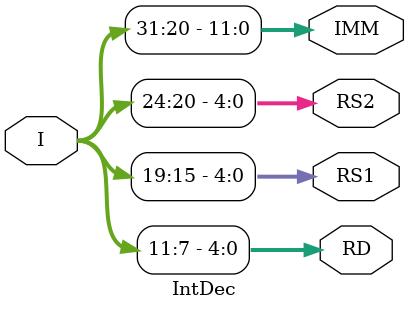
<source format=v>
module IntDec(I,RD,RS1,RS2,IMM);
    input [31:0] I;
    output [4:0] RD,RS1,RS2;
    output [11:0] IMM;

    assign RD = I[11:7];
    assign RS1 = I[19:15];
    assign RS2 = I[24:20];
    assign IMM = I[31:20];
endmodule

</source>
